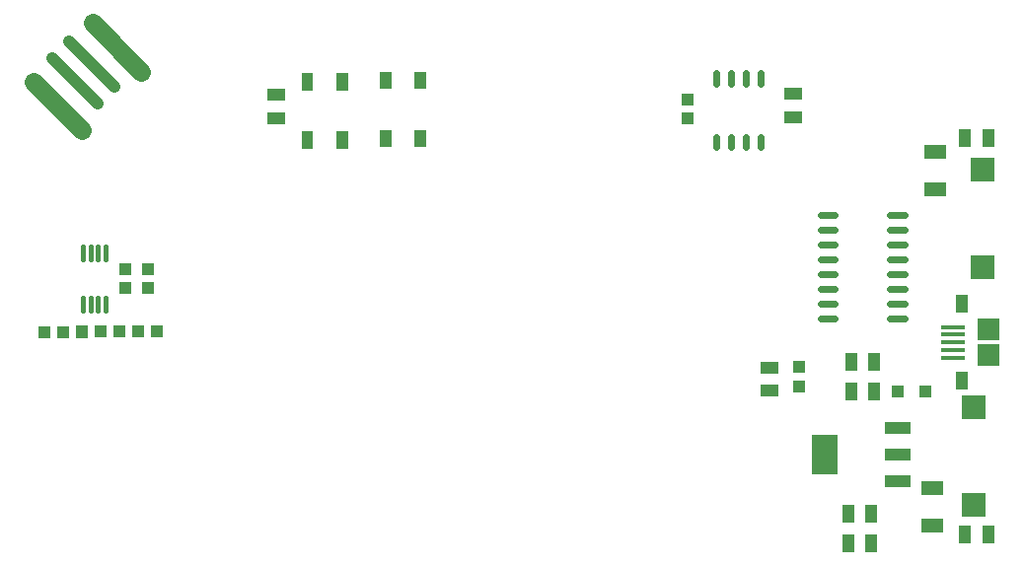
<source format=gtp>
G04 Layer: TopPasteMaskLayer*
G04 EasyEDA v6.3.53, 2020-06-27T20:36:22+08:00*
G04 98c1c5add3144ec4b26582b9c50f015c,0271aa7b776e406f8d319a2d24a91b4c,10*
G04 Gerber Generator version 0.2*
G04 Scale: 100 percent, Rotated: No, Reflected: No *
G04 Dimensions in millimeters *
G04 leading zeros omitted , absolute positions ,3 integer and 3 decimal *
%FSLAX33Y33*%
%MOMM*%
G90*
G71D02*

%ADD12C,0.599999*%
%ADD13C,0.399999*%
%ADD14C,0.999998*%
%ADD16C,1.599997*%
%ADD18R,0.999998X1.099998*%
%ADD19R,1.099998X0.999998*%
%ADD20R,1.999996X1.999996*%
%ADD21R,2.099996X0.399999*%
%ADD22R,0.999998X1.499997*%
%ADD23R,1.899996X1.899996*%
%ADD24R,0.990600X1.092200*%
%ADD25R,0.999998X1.550010*%
%ADD26R,1.550010X0.999998*%
%ADD27R,0.999998X0.999998*%
%ADD28R,2.199996X3.499993*%
%ADD29R,2.199996X1.099998*%
%ADD30R,1.899996X1.199998*%

%LPD*%
G54D13*
G01X7578Y32179D02*
G01X7578Y33229D01*
G01X6928Y32179D02*
G01X6928Y33229D01*
G01X6278Y32179D02*
G01X6278Y33229D01*
G01X5628Y32179D02*
G01X5628Y33229D01*
G01X5628Y27780D02*
G01X5628Y28830D01*
G01X6278Y27780D02*
G01X6278Y28830D01*
G01X6929Y27780D02*
G01X6929Y28830D01*
G01X7579Y27780D02*
G01X7579Y28830D01*
G54D12*
G01X74933Y27059D02*
G01X76133Y27059D01*
G01X74933Y28329D02*
G01X76133Y28329D01*
G01X74933Y29599D02*
G01X76133Y29599D01*
G01X74933Y30869D02*
G01X76133Y30869D01*
G01X74933Y32139D02*
G01X76133Y32139D01*
G01X74933Y33409D02*
G01X76133Y33409D01*
G01X74933Y34679D02*
G01X76133Y34679D01*
G01X74933Y35949D02*
G01X76133Y35949D01*
G01X68990Y27059D02*
G01X70190Y27059D01*
G01X68990Y28329D02*
G01X70190Y28329D01*
G01X68990Y29599D02*
G01X70190Y29599D01*
G01X68990Y30869D02*
G01X70190Y30869D01*
G01X68990Y32139D02*
G01X70190Y32139D01*
G01X68990Y33409D02*
G01X70190Y33409D01*
G01X68990Y34679D02*
G01X70190Y34679D01*
G01X68990Y35949D02*
G01X70190Y35949D01*
G54D16*
G01X10622Y48279D02*
G01X6450Y52451D01*
G01X5593Y43250D02*
G01X1421Y47422D01*
G54D14*
G01X8325Y46984D02*
G01X4436Y50873D01*
G01X6888Y45547D02*
G01X2999Y49436D01*
G54D12*
G01X63799Y47246D02*
G01X63799Y48166D01*
G01X62529Y47246D02*
G01X62529Y48166D01*
G01X61259Y47246D02*
G01X61259Y48166D01*
G01X59989Y47246D02*
G01X59989Y48166D01*
G01X63799Y41767D02*
G01X63799Y42687D01*
G01X62529Y41767D02*
G01X62529Y42687D01*
G01X61259Y41767D02*
G01X61259Y42687D01*
G01X59989Y41767D02*
G01X59989Y42687D01*
G54D18*
G01X11963Y25932D03*
G01X10363Y25932D03*
G01X8763Y25932D03*
G01X5562Y25932D03*
G01X7163Y25932D03*
G01X8763Y25932D03*
G01X5531Y25916D03*
G01X3931Y25916D03*
G01X2331Y25916D03*
G54D19*
G01X11221Y29688D03*
G01X11221Y31288D03*
G01X9316Y29688D03*
G01X9316Y31288D03*
G54D20*
G01X82849Y31496D03*
G01X82849Y39895D03*
G01X82087Y19448D03*
G01X82087Y11049D03*
G54D21*
G01X80307Y23728D03*
G01X80307Y24378D03*
G01X80307Y25027D03*
G01X80307Y25677D03*
G01X80307Y26327D03*
G54D22*
G01X81108Y21728D03*
G01X81108Y28327D03*
G54D23*
G01X83358Y23927D03*
G01X83358Y26128D03*
G54D24*
G01X67101Y21256D03*
G01X67101Y22957D03*
G54D25*
G01X71562Y23376D03*
G01X73562Y23376D03*
G01X71562Y20836D03*
G01X73562Y20836D03*
G01X71308Y10295D03*
G01X73308Y10295D03*
G01X71308Y7755D03*
G01X73308Y7755D03*
G54D26*
G01X22206Y46284D03*
G01X22206Y44284D03*
G01X66593Y46347D03*
G01X66593Y44347D03*
G54D25*
G01X81341Y42553D03*
G01X83341Y42553D03*
G01X81341Y8517D03*
G01X83341Y8517D03*
G54D26*
G01X64561Y22852D03*
G01X64561Y20852D03*
G36*
G01X31129Y41781D02*
G01X31129Y43279D01*
G01X32127Y43279D01*
G01X32127Y41781D01*
G01X31129Y41781D01*
G37*
G36*
G01X34129Y41781D02*
G01X34129Y43279D01*
G01X35127Y43279D01*
G01X35127Y41781D01*
G01X34129Y41781D01*
G37*
G36*
G01X34129Y46780D02*
G01X34129Y48281D01*
G01X35127Y48281D01*
G01X35127Y46780D01*
G01X34129Y46780D01*
G37*
G36*
G01X31129Y46780D02*
G01X31129Y48281D01*
G01X32127Y48281D01*
G01X32127Y46780D01*
G01X31129Y46780D01*
G37*
G36*
G01X24398Y41654D02*
G01X24398Y43152D01*
G01X25396Y43152D01*
G01X25396Y41654D01*
G01X24398Y41654D01*
G37*
G36*
G01X27398Y41654D02*
G01X27398Y43152D01*
G01X28396Y43152D01*
G01X28396Y41654D01*
G01X27398Y41654D01*
G37*
G36*
G01X27398Y46653D02*
G01X27398Y48154D01*
G01X28396Y48154D01*
G01X28396Y46653D01*
G01X27398Y46653D01*
G37*
G36*
G01X24398Y46653D02*
G01X24398Y48154D01*
G01X25396Y48154D01*
G01X25396Y46653D01*
G01X24398Y46653D01*
G37*
G54D27*
G01X77952Y20836D03*
G01X75553Y20836D03*
G54D28*
G01X69336Y15375D03*
G54D29*
G01X75533Y17675D03*
G01X75533Y15375D03*
G01X75533Y13076D03*
G54D19*
G01X57576Y45894D03*
G01X57576Y44294D03*
G54D30*
G01X78785Y38159D03*
G01X78785Y41359D03*
G01X78531Y12530D03*
G01X78531Y9330D03*
M00*
M02*

</source>
